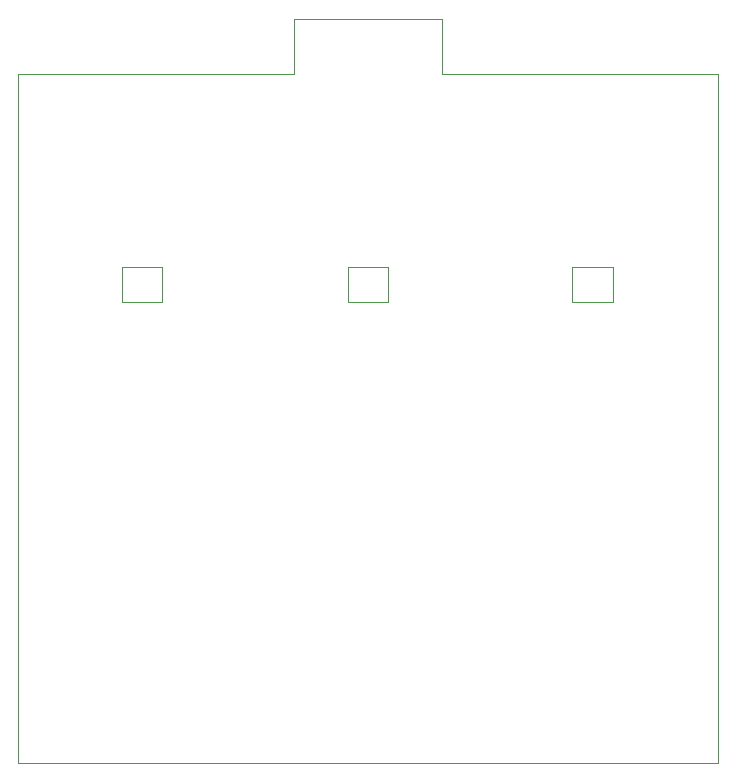
<source format=gbr>
G04 #@! TF.GenerationSoftware,KiCad,Pcbnew,(5.1.4)-1*
G04 #@! TF.CreationDate,2022-02-01T02:11:59+08:00*
G04 #@! TF.ProjectId,filled,66696c6c-6564-42e6-9b69-6361645f7063,rev?*
G04 #@! TF.SameCoordinates,Original*
G04 #@! TF.FileFunction,Profile,NP*
%FSLAX46Y46*%
G04 Gerber Fmt 4.6, Leading zero omitted, Abs format (unit mm)*
G04 Created by KiCad (PCBNEW (5.1.4)-1) date 2022-02-01 02:11:59*
%MOMM*%
%LPD*%
G04 APERTURE LIST*
%ADD10C,0.050000*%
%ADD11C,0.120000*%
G04 APERTURE END LIST*
D10*
X63500000Y-64770000D02*
X63500000Y-123070000D01*
X122809000Y-64770000D02*
X122809000Y-123070000D01*
X122810000Y-123070000D02*
X63500000Y-123070000D01*
X63500000Y-64770000D02*
X86868000Y-64770000D01*
X99441000Y-64770000D02*
X122809000Y-64770000D01*
X99441000Y-60071000D02*
X99441000Y-64770000D01*
X86868000Y-60071000D02*
X99441000Y-60071000D01*
X86868000Y-64770000D02*
X86868000Y-60071000D01*
D11*
X110450000Y-84040000D02*
X113850000Y-84040000D01*
X110450000Y-81040000D02*
X110450000Y-84040000D01*
X113850000Y-81040000D02*
X110450000Y-81040000D01*
X113850000Y-84040000D02*
X113850000Y-81040000D01*
X72320000Y-84050000D02*
X75720000Y-84050000D01*
X72320000Y-81050000D02*
X72320000Y-84050000D01*
X75720000Y-81050000D02*
X72320000Y-81050000D01*
X75720000Y-84050000D02*
X75720000Y-81050000D01*
X91450000Y-84050000D02*
X94850000Y-84050000D01*
X91450000Y-81050000D02*
X91450000Y-84050000D01*
X94850000Y-81050000D02*
X91450000Y-81050000D01*
X94850000Y-84050000D02*
X94850000Y-81050000D01*
M02*

</source>
